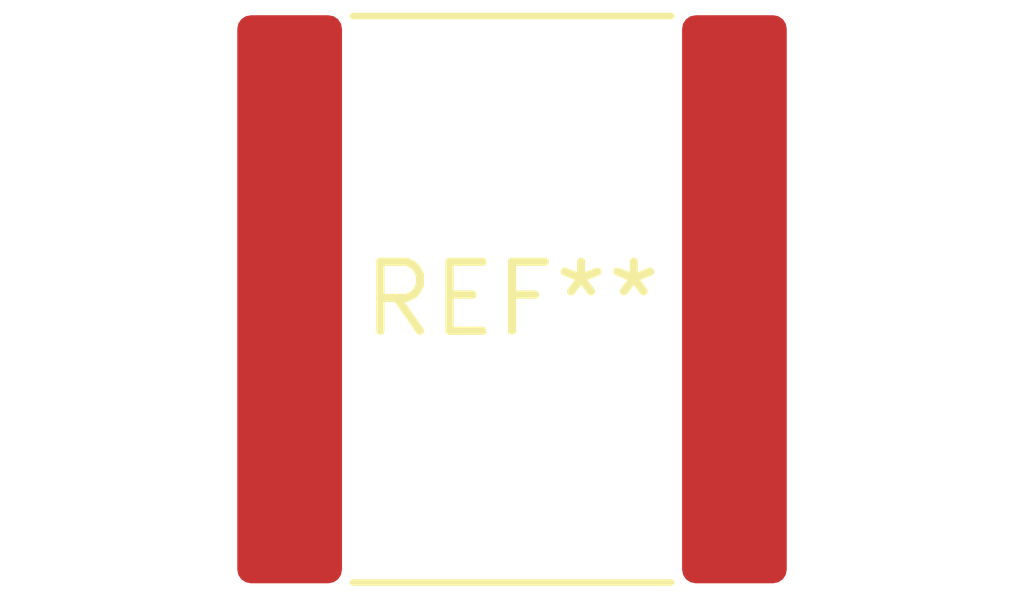
<source format=kicad_pcb>
(kicad_pcb (version 20240108) (generator pcbnew)
  (layers (0 "F.Cu" signal) (31 "B.Cu" signal) (34 "B.Paste" user) (35 "F.Paste" user) (36 "B.SilkS" user "B.Silkscreen") (37 "F.SilkS" user "F.Silkscreen") (38 "B.Mask" user) (39 "F.Mask" user) (44 "Edge.Cuts" user))
  (net 0 "")
  (footprint "C_3640_9110Metric" (layer "F.Cu") (at 0 0)
    (property "Reference" "REF**")
    (property "Value" "C_3640_9110Metric")
    (fp_line (start -2.922369 -5.21) (end 2.922369 -5.21) (layer "F.SilkS") (stroke (width 0.12)))
    (fp_line (start -2.922369 5.21) (end 2.922369 5.21) (layer "F.SilkS") (stroke (width 0.12)))
    (pad "1" smd roundrect (at -4.0875 0) (size 1.925 10.45) (layers "F.Cu" "F.Paste" "F.Mask") (roundrect_rratio 0.12987))
    (pad "2" smd roundrect (at 4.0875 0) (size 1.925 10.45) (layers "F.Cu" "F.Paste" "F.Mask") (roundrect_rratio 0.12987))
  )
)
</source>
